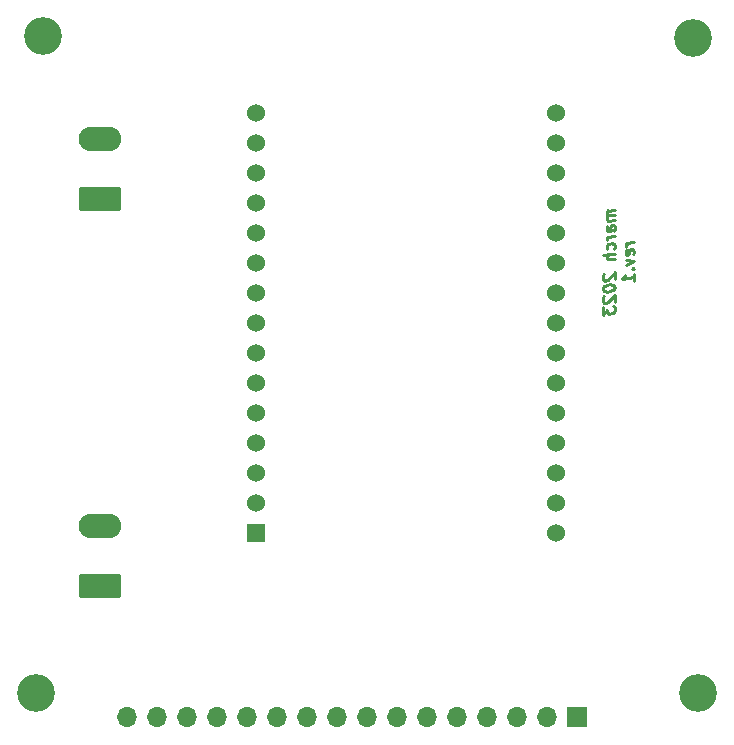
<source format=gbr>
%TF.GenerationSoftware,KiCad,Pcbnew,(6.0.10)*%
%TF.CreationDate,2023-03-15T17:39:42-04:00*%
%TF.ProjectId,pwm_pcb,70776d5f-7063-4622-9e6b-696361645f70,rev?*%
%TF.SameCoordinates,Original*%
%TF.FileFunction,Soldermask,Bot*%
%TF.FilePolarity,Negative*%
%FSLAX46Y46*%
G04 Gerber Fmt 4.6, Leading zero omitted, Abs format (unit mm)*
G04 Created by KiCad (PCBNEW (6.0.10)) date 2023-03-15 17:39:42*
%MOMM*%
%LPD*%
G01*
G04 APERTURE LIST*
G04 Aperture macros list*
%AMRoundRect*
0 Rectangle with rounded corners*
0 $1 Rounding radius*
0 $2 $3 $4 $5 $6 $7 $8 $9 X,Y pos of 4 corners*
0 Add a 4 corners polygon primitive as box body*
4,1,4,$2,$3,$4,$5,$6,$7,$8,$9,$2,$3,0*
0 Add four circle primitives for the rounded corners*
1,1,$1+$1,$2,$3*
1,1,$1+$1,$4,$5*
1,1,$1+$1,$6,$7*
1,1,$1+$1,$8,$9*
0 Add four rect primitives between the rounded corners*
20,1,$1+$1,$2,$3,$4,$5,0*
20,1,$1+$1,$4,$5,$6,$7,0*
20,1,$1+$1,$6,$7,$8,$9,0*
20,1,$1+$1,$8,$9,$2,$3,0*%
G04 Aperture macros list end*
%ADD10C,0.250000*%
%ADD11C,3.200000*%
%ADD12R,1.700000X1.700000*%
%ADD13O,1.700000X1.700000*%
%ADD14O,3.600000X2.080000*%
%ADD15RoundRect,0.249999X1.550001X-0.790001X1.550001X0.790001X-1.550001X0.790001X-1.550001X-0.790001X0*%
%ADD16R,1.524000X1.524000*%
%ADD17C,1.524000*%
G04 APERTURE END LIST*
D10*
X141447380Y-69548184D02*
X140780714Y-69631517D01*
X140875952Y-69619613D02*
X140828333Y-69673184D01*
X140780714Y-69774375D01*
X140780714Y-69917232D01*
X140828333Y-70006517D01*
X140923571Y-70042232D01*
X141447380Y-69976755D01*
X140923571Y-70042232D02*
X140828333Y-70101755D01*
X140780714Y-70202946D01*
X140780714Y-70345803D01*
X140828333Y-70435089D01*
X140923571Y-70470803D01*
X141447380Y-70405327D01*
X141447380Y-71310089D02*
X140923571Y-71375565D01*
X140828333Y-71339851D01*
X140780714Y-71250565D01*
X140780714Y-71060089D01*
X140828333Y-70958898D01*
X141399761Y-71316041D02*
X141447380Y-71214851D01*
X141447380Y-70976755D01*
X141399761Y-70887470D01*
X141304523Y-70851755D01*
X141209285Y-70863660D01*
X141114047Y-70923184D01*
X141066428Y-71024375D01*
X141066428Y-71262470D01*
X141018809Y-71363660D01*
X141447380Y-71786279D02*
X140780714Y-71869613D01*
X140971190Y-71845803D02*
X140875952Y-71905327D01*
X140828333Y-71958898D01*
X140780714Y-72060089D01*
X140780714Y-72155327D01*
X141399761Y-72839851D02*
X141447380Y-72738660D01*
X141447380Y-72548184D01*
X141399761Y-72458898D01*
X141352142Y-72417232D01*
X141256904Y-72381517D01*
X140971190Y-72417232D01*
X140875952Y-72476755D01*
X140828333Y-72530327D01*
X140780714Y-72631517D01*
X140780714Y-72821994D01*
X140828333Y-72911279D01*
X141447380Y-73262470D02*
X140447380Y-73387470D01*
X141447380Y-73691041D02*
X140923571Y-73756517D01*
X140828333Y-73720803D01*
X140780714Y-73631517D01*
X140780714Y-73488660D01*
X140828333Y-73387470D01*
X140875952Y-73333898D01*
X140542619Y-74994613D02*
X140495000Y-75048184D01*
X140447380Y-75149375D01*
X140447380Y-75387470D01*
X140495000Y-75476755D01*
X140542619Y-75518422D01*
X140637857Y-75554136D01*
X140733095Y-75542232D01*
X140875952Y-75476755D01*
X141447380Y-74833898D01*
X141447380Y-75452946D01*
X140447380Y-76196994D02*
X140447380Y-76292232D01*
X140495000Y-76381517D01*
X140542619Y-76423184D01*
X140637857Y-76458898D01*
X140828333Y-76482708D01*
X141066428Y-76452946D01*
X141256904Y-76381517D01*
X141352142Y-76321994D01*
X141399761Y-76268422D01*
X141447380Y-76167232D01*
X141447380Y-76071994D01*
X141399761Y-75982708D01*
X141352142Y-75941041D01*
X141256904Y-75905327D01*
X141066428Y-75881517D01*
X140828333Y-75911279D01*
X140637857Y-75982708D01*
X140542619Y-76042232D01*
X140495000Y-76095803D01*
X140447380Y-76196994D01*
X140542619Y-76899375D02*
X140495000Y-76952946D01*
X140447380Y-77054136D01*
X140447380Y-77292232D01*
X140495000Y-77381517D01*
X140542619Y-77423184D01*
X140637857Y-77458898D01*
X140733095Y-77446994D01*
X140875952Y-77381517D01*
X141447380Y-76738660D01*
X141447380Y-77357708D01*
X140447380Y-77816041D02*
X140447380Y-78435089D01*
X140828333Y-78054136D01*
X140828333Y-78196994D01*
X140875952Y-78286279D01*
X140923571Y-78327946D01*
X141018809Y-78363660D01*
X141256904Y-78333898D01*
X141352142Y-78274375D01*
X141399761Y-78220803D01*
X141447380Y-78119613D01*
X141447380Y-77833898D01*
X141399761Y-77744613D01*
X141352142Y-77702946D01*
X143057380Y-72310089D02*
X142390714Y-72393422D01*
X142581190Y-72369613D02*
X142485952Y-72429136D01*
X142438333Y-72482708D01*
X142390714Y-72583898D01*
X142390714Y-72679136D01*
X143009761Y-73316041D02*
X143057380Y-73214851D01*
X143057380Y-73024375D01*
X143009761Y-72935089D01*
X142914523Y-72899375D01*
X142533571Y-72946994D01*
X142438333Y-73006517D01*
X142390714Y-73107708D01*
X142390714Y-73298184D01*
X142438333Y-73387470D01*
X142533571Y-73423184D01*
X142628809Y-73411279D01*
X142724047Y-72923184D01*
X142390714Y-73774375D02*
X143057380Y-73929136D01*
X142390714Y-74250565D01*
X142962142Y-74560089D02*
X143009761Y-74601755D01*
X143057380Y-74548184D01*
X143009761Y-74506517D01*
X142962142Y-74560089D01*
X143057380Y-74548184D01*
X143057380Y-75548184D02*
X143057380Y-74976755D01*
X143057380Y-75262470D02*
X142057380Y-75387470D01*
X142200238Y-75274375D01*
X142295476Y-75167232D01*
X142343095Y-75066041D01*
D11*
%TO.C,MH3*%
X92500000Y-110500000D03*
X92500000Y-110500000D03*
%TD*%
%TO.C,MH1*%
X93091000Y-54864000D03*
%TD*%
%TO.C,MH4*%
X148500000Y-110500000D03*
%TD*%
%TO.C,MH2*%
X148082000Y-54991000D03*
%TD*%
D12*
%TO.C,J3*%
X138303000Y-112522000D03*
D13*
X135763000Y-112522000D03*
X133223000Y-112522000D03*
X130683000Y-112522000D03*
X128143000Y-112522000D03*
X125603000Y-112522000D03*
X123063000Y-112522000D03*
X120523000Y-112522000D03*
X117983000Y-112522000D03*
X115443000Y-112522000D03*
X112903000Y-112522000D03*
X110363000Y-112522000D03*
X107823000Y-112522000D03*
X105283000Y-112522000D03*
X102743000Y-112522000D03*
X100203000Y-112522000D03*
%TD*%
D14*
%TO.C,J2*%
X97877500Y-96320000D03*
D15*
X97877500Y-101400000D03*
%TD*%
D16*
%TO.C,U1*%
X111125000Y-96926000D03*
D17*
X111125000Y-94386000D03*
X111125000Y-91846000D03*
X111125000Y-89306000D03*
X111125000Y-86766000D03*
X111125000Y-84226000D03*
X111125000Y-81686000D03*
X111125000Y-79146000D03*
X111125000Y-76606000D03*
X111125000Y-74066000D03*
X111125000Y-71526000D03*
X111125000Y-68986000D03*
X111125000Y-66446000D03*
X111125000Y-63906000D03*
X111125000Y-61366000D03*
X136525000Y-61366000D03*
X136525000Y-63906000D03*
X136525000Y-66446000D03*
X136525000Y-68986000D03*
X136525000Y-71526000D03*
X136525000Y-74066000D03*
X136525000Y-76606000D03*
X136525000Y-79146000D03*
X136525000Y-81686000D03*
X136525000Y-84226000D03*
X136525000Y-86766000D03*
X136525000Y-89306000D03*
X136525000Y-91846000D03*
X136525000Y-94386000D03*
X136525000Y-96926000D03*
%TD*%
D14*
%TO.C,J1*%
X97877500Y-63600000D03*
D15*
X97877500Y-68680000D03*
%TD*%
M02*

</source>
